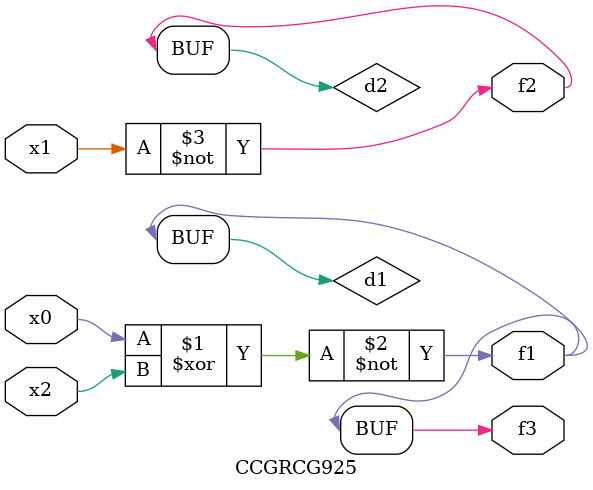
<source format=v>
module CCGRCG925(
	input x0, x1, x2,
	output f1, f2, f3
);

	wire d1, d2, d3;

	xnor (d1, x0, x2);
	nand (d2, x1);
	nor (d3, x1, x2);
	assign f1 = d1;
	assign f2 = d2;
	assign f3 = d1;
endmodule

</source>
